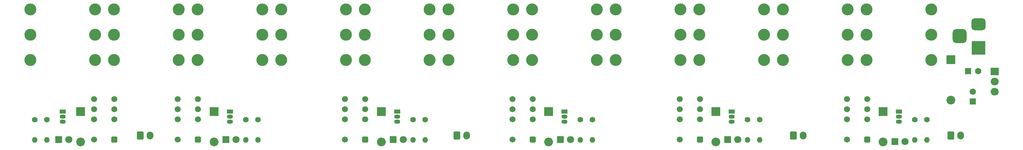
<source format=gbr>
%TF.GenerationSoftware,KiCad,Pcbnew,(6.0.5)*%
%TF.CreationDate,2022-08-06T18:20:51-04:00*%
%TF.ProjectId,effects-switcher,65666665-6374-4732-9d73-776974636865,rev?*%
%TF.SameCoordinates,Original*%
%TF.FileFunction,Soldermask,Bot*%
%TF.FilePolarity,Negative*%
%FSLAX46Y46*%
G04 Gerber Fmt 4.6, Leading zero omitted, Abs format (unit mm)*
G04 Created by KiCad (PCBNEW (6.0.5)) date 2022-08-06 18:20:51*
%MOMM*%
%LPD*%
G01*
G04 APERTURE LIST*
G04 Aperture macros list*
%AMRoundRect*
0 Rectangle with rounded corners*
0 $1 Rounding radius*
0 $2 $3 $4 $5 $6 $7 $8 $9 X,Y pos of 4 corners*
0 Add a 4 corners polygon primitive as box body*
4,1,4,$2,$3,$4,$5,$6,$7,$8,$9,$2,$3,0*
0 Add four circle primitives for the rounded corners*
1,1,$1+$1,$2,$3*
1,1,$1+$1,$4,$5*
1,1,$1+$1,$6,$7*
1,1,$1+$1,$8,$9*
0 Add four rect primitives between the rounded corners*
20,1,$1+$1,$2,$3,$4,$5,0*
20,1,$1+$1,$4,$5,$6,$7,0*
20,1,$1+$1,$6,$7,$8,$9,0*
20,1,$1+$1,$8,$9,$2,$3,0*%
G04 Aperture macros list end*
%ADD10R,2.200000X2.200000*%
%ADD11O,2.200000X2.200000*%
%ADD12R,1.800000X1.800000*%
%ADD13C,1.800000*%
%ADD14C,1.400000*%
%ADD15O,1.400000X1.400000*%
%ADD16R,3.500000X3.500000*%
%ADD17RoundRect,0.750000X-1.000000X0.750000X-1.000000X-0.750000X1.000000X-0.750000X1.000000X0.750000X0*%
%ADD18RoundRect,0.875000X-0.875000X0.875000X-0.875000X-0.875000X0.875000X-0.875000X0.875000X0.875000X0*%
%ADD19C,3.000000*%
%ADD20R,1.500000X1.050000*%
%ADD21O,1.500000X1.050000*%
%ADD22RoundRect,0.250500X0.499500X0.499500X-0.499500X0.499500X-0.499500X-0.499500X0.499500X-0.499500X0*%
%ADD23C,1.500000*%
%ADD24RoundRect,0.250000X-0.600000X-0.750000X0.600000X-0.750000X0.600000X0.750000X-0.600000X0.750000X0*%
%ADD25O,1.700000X2.000000*%
%ADD26R,1.600000X1.600000*%
%ADD27C,1.600000*%
%ADD28R,2.000000X1.905000*%
%ADD29O,2.000000X1.905000*%
G04 APERTURE END LIST*
D10*
%TO.C,D13*%
X234015000Y-16920000D03*
D11*
X234015000Y-27080000D03*
%TD*%
D12*
%TO.C,D9*%
X178015000Y-37000000D03*
D13*
X180555000Y-37000000D03*
%TD*%
D14*
%TO.C,R1*%
X4015000Y-32000000D03*
D15*
X4015000Y-37080000D03*
%TD*%
D16*
%TO.C,J+9*%
X240957500Y-14000000D03*
D17*
X240957500Y-8000000D03*
D18*
X236257500Y-11000000D03*
%TD*%
D19*
%TO.C,J6*%
X107900000Y-10650000D03*
X124130000Y-10650000D03*
X107900000Y-4300000D03*
X124130000Y-4300000D03*
X107900000Y-17000000D03*
X124130000Y-17000000D03*
%TD*%
%TO.C,J1*%
X2900000Y-10650000D03*
X19130000Y-10650000D03*
X2900000Y-4300000D03*
X19130000Y-4300000D03*
X2900000Y-17000000D03*
X19130000Y-17000000D03*
%TD*%
D10*
%TO.C,D4*%
X49015000Y-30000000D03*
D11*
X49015000Y-37620000D03*
%TD*%
D20*
%TO.C,Q3*%
X95015000Y-30000000D03*
D21*
X95015000Y-31270000D03*
X95015000Y-32540000D03*
%TD*%
D22*
%TO.C,K1*%
X24015000Y-37000000D03*
D23*
X24015000Y-31920000D03*
X24015000Y-29380000D03*
X24015000Y-26840000D03*
X18935000Y-26840000D03*
X18935000Y-29380000D03*
X18935000Y-31920000D03*
X18935000Y-37000000D03*
%TD*%
D20*
%TO.C,Q4*%
X137015000Y-30000000D03*
D21*
X137015000Y-31270000D03*
X137015000Y-32540000D03*
%TD*%
D24*
%TO.C,J+5*%
X234000000Y-36000000D03*
D25*
X236500000Y-36000000D03*
%TD*%
D14*
%TO.C,R3*%
X60015000Y-32000000D03*
D15*
X60015000Y-37080000D03*
%TD*%
D14*
%TO.C,R9*%
X186015000Y-32000000D03*
D15*
X186015000Y-37080000D03*
%TD*%
D20*
%TO.C,Q2*%
X53015000Y-30000000D03*
D21*
X53015000Y-31270000D03*
X53015000Y-32540000D03*
%TD*%
D22*
%TO.C,K5*%
X171015000Y-37000000D03*
D23*
X171015000Y-31920000D03*
X171015000Y-29380000D03*
X171015000Y-26840000D03*
X165935000Y-26840000D03*
X165935000Y-29380000D03*
X165935000Y-31920000D03*
X165935000Y-37000000D03*
%TD*%
D14*
%TO.C,R5*%
X102015000Y-32000000D03*
D15*
X102015000Y-37080000D03*
%TD*%
D26*
%TO.C,C2*%
X239520348Y-27447932D03*
D27*
X239520348Y-24947932D03*
%TD*%
D10*
%TO.C,D12*%
X217015000Y-30000000D03*
D11*
X217015000Y-37620000D03*
%TD*%
D22*
%TO.C,K3*%
X87015000Y-37000000D03*
D23*
X87015000Y-31920000D03*
X87015000Y-29380000D03*
X87015000Y-26840000D03*
X81935000Y-26840000D03*
X81935000Y-29380000D03*
X81935000Y-31920000D03*
X81935000Y-37000000D03*
%TD*%
D14*
%TO.C,R4*%
X57015000Y-32000000D03*
D15*
X57015000Y-37080000D03*
%TD*%
D20*
%TO.C,Q1*%
X11015000Y-30000000D03*
D21*
X11015000Y-31270000D03*
X11015000Y-32540000D03*
%TD*%
D14*
%TO.C,R10*%
X183015000Y-32000000D03*
D15*
X183015000Y-37080000D03*
%TD*%
D22*
%TO.C,K6*%
X213015000Y-37000000D03*
D23*
X213015000Y-31920000D03*
X213015000Y-29380000D03*
X213015000Y-26840000D03*
X207935000Y-26840000D03*
X207935000Y-29380000D03*
X207935000Y-31920000D03*
X207935000Y-37000000D03*
%TD*%
D19*
%TO.C,J3*%
X44900000Y-10650000D03*
X61130000Y-10650000D03*
X44900000Y-4300000D03*
X61130000Y-4300000D03*
X44900000Y-17000000D03*
X61130000Y-17000000D03*
%TD*%
D22*
%TO.C,K2*%
X45015000Y-37000000D03*
D23*
X45015000Y-31920000D03*
X45015000Y-29380000D03*
X45015000Y-26840000D03*
X39935000Y-26840000D03*
X39935000Y-29380000D03*
X39935000Y-31920000D03*
X39935000Y-37000000D03*
%TD*%
D20*
%TO.C,Q6*%
X221015000Y-30000000D03*
D21*
X221015000Y-31270000D03*
X221015000Y-32540000D03*
%TD*%
D19*
%TO.C,J7*%
X128900000Y-10650000D03*
X145130000Y-10650000D03*
X128900000Y-4300000D03*
X145130000Y-4300000D03*
X128900000Y-17000000D03*
X145130000Y-17000000D03*
%TD*%
%TO.C,J4*%
X65900000Y-10650000D03*
X82130000Y-10650000D03*
X65900000Y-4300000D03*
X82130000Y-4300000D03*
X65900000Y-17000000D03*
X82130000Y-17000000D03*
%TD*%
D14*
%TO.C,R8*%
X141015000Y-32000000D03*
D15*
X141015000Y-37080000D03*
%TD*%
D14*
%TO.C,R11*%
X228015000Y-32000000D03*
D15*
X228015000Y-37080000D03*
%TD*%
D24*
%TO.C,J56*%
X194500000Y-36000000D03*
D25*
X197000000Y-36000000D03*
%TD*%
D19*
%TO.C,J5*%
X86900000Y-10650000D03*
X103130000Y-10650000D03*
X86900000Y-4300000D03*
X103130000Y-4300000D03*
X86900000Y-17000000D03*
X103130000Y-17000000D03*
%TD*%
D10*
%TO.C,D10*%
X175015000Y-30000000D03*
D11*
X175015000Y-37620000D03*
%TD*%
D19*
%TO.C,J9*%
X170900000Y-10650000D03*
X187130000Y-10650000D03*
X170900000Y-4300000D03*
X187130000Y-4300000D03*
X170900000Y-17000000D03*
X187130000Y-17000000D03*
%TD*%
D10*
%TO.C,D2*%
X15515000Y-30000000D03*
D11*
X15515000Y-37620000D03*
%TD*%
D19*
%TO.C,J10*%
X191900000Y-10650000D03*
X208130000Y-10650000D03*
X191900000Y-4300000D03*
X208130000Y-4300000D03*
X191900000Y-17000000D03*
X208130000Y-17000000D03*
%TD*%
D28*
%TO.C,U1*%
X245083864Y-19857857D03*
D29*
X245083864Y-22397857D03*
X245083864Y-24937857D03*
%TD*%
D14*
%TO.C,R7*%
X144015000Y-32000000D03*
D15*
X144015000Y-37080000D03*
%TD*%
D19*
%TO.C,J11*%
X212900000Y-10650000D03*
X229130000Y-10650000D03*
X212900000Y-4300000D03*
X229130000Y-4300000D03*
X212900000Y-17000000D03*
X229130000Y-17000000D03*
%TD*%
D12*
%TO.C,D3*%
X52015000Y-37000000D03*
D13*
X54555000Y-37000000D03*
%TD*%
D24*
%TO.C,J34*%
X110000000Y-36000000D03*
D25*
X112500000Y-36000000D03*
%TD*%
D26*
%TO.C,C1*%
X238363198Y-19786801D03*
D27*
X240863198Y-19786801D03*
%TD*%
D22*
%TO.C,K4*%
X129015000Y-37000000D03*
D23*
X129015000Y-31920000D03*
X129015000Y-29380000D03*
X129015000Y-26840000D03*
X123935000Y-26840000D03*
X123935000Y-29380000D03*
X123935000Y-31920000D03*
X123935000Y-37000000D03*
%TD*%
D12*
%TO.C,D1*%
X10015000Y-37000000D03*
D13*
X12555000Y-37000000D03*
%TD*%
D14*
%TO.C,R2*%
X7015000Y-32000000D03*
D15*
X7015000Y-37080000D03*
%TD*%
D19*
%TO.C,J8*%
X149900000Y-10650000D03*
X166130000Y-10650000D03*
X149900000Y-4300000D03*
X166130000Y-4300000D03*
X149900000Y-17000000D03*
X166130000Y-17000000D03*
%TD*%
D10*
%TO.C,D8*%
X133015000Y-30000000D03*
D11*
X133015000Y-37620000D03*
%TD*%
D10*
%TO.C,D6*%
X91015000Y-30000000D03*
D11*
X91015000Y-37620000D03*
%TD*%
D12*
%TO.C,D7*%
X136015000Y-37000000D03*
D13*
X138555000Y-37000000D03*
%TD*%
D14*
%TO.C,R6*%
X99015000Y-32000000D03*
D15*
X99015000Y-37080000D03*
%TD*%
D12*
%TO.C,D11*%
X220015000Y-37460000D03*
D13*
X222555000Y-37460000D03*
%TD*%
D20*
%TO.C,Q5*%
X179015000Y-30000000D03*
D21*
X179015000Y-31270000D03*
X179015000Y-32540000D03*
%TD*%
D24*
%TO.C,J12*%
X30500000Y-36000000D03*
D25*
X33000000Y-36000000D03*
%TD*%
D19*
%TO.C,J2*%
X23900000Y-10650000D03*
X40130000Y-10650000D03*
X23900000Y-4300000D03*
X40130000Y-4300000D03*
X23900000Y-17000000D03*
X40130000Y-17000000D03*
%TD*%
D14*
%TO.C,R12*%
X225015000Y-32000000D03*
D15*
X225015000Y-37080000D03*
%TD*%
D12*
%TO.C,D5*%
X94015000Y-37000000D03*
D13*
X96555000Y-37000000D03*
%TD*%
M02*

</source>
